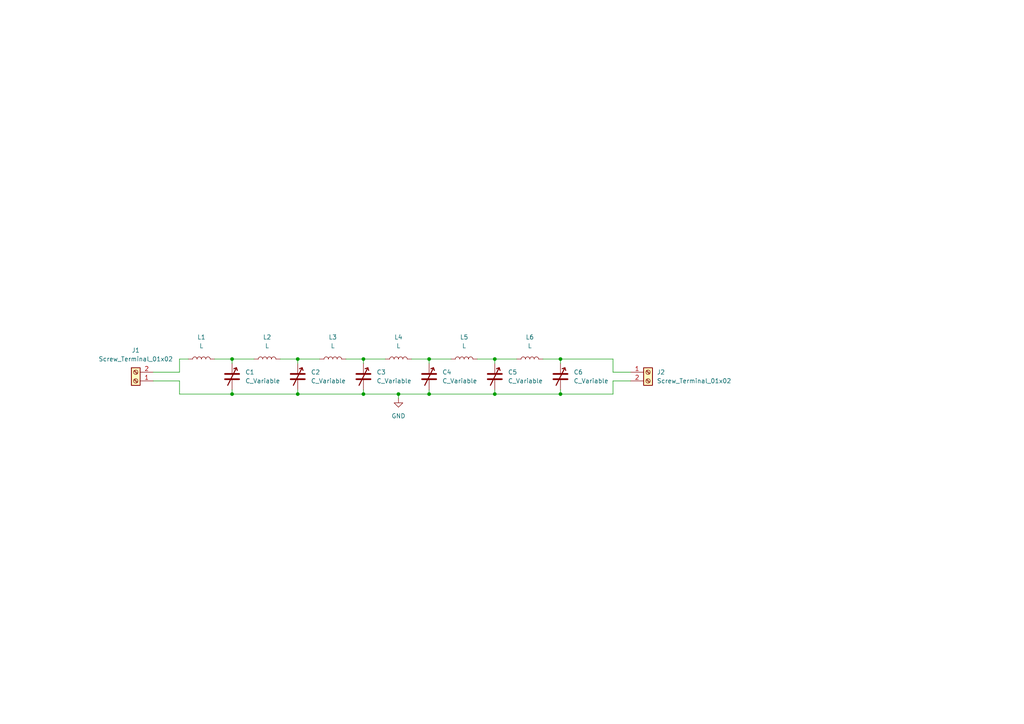
<source format=kicad_sch>
(kicad_sch (version 20211123) (generator eeschema)
  (paper "A4")
  (lib_symbols
    (symbol "Connector:Screw_Terminal_01x02" (pin_names (offset 1.016) hide)
      (property "Reference" "J" (at 0 2.54 0))
      (property "Value" "Screw_Terminal_01x02" (at 0 -5.08 0))
      (symbol "Screw_Terminal_01x02_1_1"
        (rectangle (start -1.27 1.27) (end 1.27 -3.81) (stroke (width 0.254)) (fill (type background)))
        (circle (center 0 -2.54) (radius 0.635) (stroke (width 0.1524)))
        (polyline (pts (xy -0.5334 -2.2098) (xy 0.3302 -3.048)) (stroke (width 0.1524)))
        (polyline (pts (xy -0.5334 0.3302) (xy 0.3302 -0.508)) (stroke (width 0.1524)))
        (polyline (pts (xy -0.3556 -2.032) (xy 0.508 -2.8702)) (stroke (width 0.1524)))
        (polyline (pts (xy -0.3556 0.508) (xy 0.508 -0.3302)) (stroke (width 0.1524)))
        (circle (center 0 0) (radius 0.635) (stroke (width 0.1524)))
        (pin passive line (at -5.08 0 0) (length 3.81) (name "Pin_1") (number "1"))
        (pin passive line (at -5.08 -2.54 0) (length 3.81) (name "Pin_2") (number "2"))
      )
    )
    (symbol "Device:C_Variable" (pin_numbers hide) (pin_names (offset 0.254) hide)
      (property "Reference" "C" (at 0.635 -1.905 0))
      (property "Value" "C_Variable" (at 0.635 -3.81 0))
      (symbol "C_Variable_0_1"
        (polyline (pts (xy -2.032 -0.762) (xy 2.032 -0.762)) (stroke (width 0.508)))
        (polyline (pts (xy -2.032 0.762) (xy 2.032 0.762)) (stroke (width 0.508)))
        (polyline (pts (xy 1.27 2.54) (xy -1.27 -2.54)) (stroke (width 0.3048)))
        (polyline (pts (xy 1.27 2.54) (xy 0.508 2.286)) (stroke (width 0.3048)))
        (polyline (pts (xy 1.27 2.54) (xy 1.524 1.778)) (stroke (width 0.3048)))
      )
      (symbol "C_Variable_1_1"
        (pin passive line (at 0 3.81 270) (length 3.048) (name "~") (number "1"))
        (pin passive line (at 0 -3.81 90) (length 3.048) (name "~") (number "2"))
      )
    )
    (symbol "Device:L" (pin_numbers hide) (pin_names (offset 1.016) hide)
      (property "Reference" "L" (at -1.27 0 90))
      (property "Value" "L" (at 1.905 0 90))
      (symbol "L_0_1"
        (arc (start 0 -2.54) (mid 0.635 -1.905) (end 0 -1.27))
        (arc (start 0 -1.27) (mid 0.635 -0.635) (end 0 0))
        (arc (start 0 0) (mid 0.635 0.635) (end 0 1.27))
        (arc (start 0 1.27) (mid 0.635 1.905) (end 0 2.54))
      )
      (symbol "L_1_1"
        (pin passive line (at 0 3.81 270) (length 1.27) (name "1") (number "1"))
        (pin passive line (at 0 -3.81 90) (length 1.27) (name "2") (number "2"))
      )
    )
    (symbol "power:GND" (power) (pin_names (offset 0))
      (property "Value" "GND" (at 0 -3.81 0))
      (symbol "GND_0_1"
        (polyline (pts (xy 0 0) (xy 0 -1.27) (xy 1.27 -1.27) (xy 0 -2.54) (xy -1.27 -1.27) (xy 0 -1.27)))
      )
      (symbol "GND_1_1"
        (pin power_in line (at 0 0 270) (length 0) hide (name "GND") (number "1"))
      )
    )
  )
  (junction (at 67.31 114.3))
  (junction (at 115.57 114.3))
  (junction (at 105.41 104.14))
  (junction (at 86.36 104.14))
  (junction (at 162.56 114.3))
  (junction (at 162.56 104.14))
  (junction (at 143.51 114.3))
  (junction (at 124.46 114.3))
  (junction (at 124.46 104.14))
  (junction (at 105.41 114.3))
  (junction (at 143.51 104.14))
  (junction (at 67.31 104.14))
  (junction (at 86.36 114.3))
  (wire (pts (xy 119.38 104.14) (xy 124.46 104.14)))
  (wire (pts (xy 52.07 114.3) (xy 67.31 114.3)))
  (wire (pts (xy 143.51 113.03) (xy 143.51 114.3)))
  (wire (pts (xy 86.36 104.14) (xy 86.36 105.41)))
  (wire (pts (xy 52.07 107.95) (xy 52.07 104.14)))
  (wire (pts (xy 162.56 104.14) (xy 177.8 104.14)))
  (wire (pts (xy 115.57 114.3) (xy 115.57 115.57)))
  (wire (pts (xy 86.36 104.14) (xy 92.71 104.14)))
  (wire (pts (xy 162.56 104.14) (xy 162.56 105.41)))
  (wire (pts (xy 105.41 114.3) (xy 115.57 114.3)))
  (wire (pts (xy 182.88 110.49) (xy 177.8 110.49)))
  (wire (pts (xy 143.51 114.3) (xy 162.56 114.3)))
  (wire (pts (xy 177.8 107.95) (xy 182.88 107.95)))
  (wire (pts (xy 67.31 104.14) (xy 73.66 104.14)))
  (wire (pts (xy 124.46 104.14) (xy 130.81 104.14)))
  (wire (pts (xy 81.28 104.14) (xy 86.36 104.14)))
  (wire (pts (xy 124.46 104.14) (xy 124.46 105.41)))
  (wire (pts (xy 52.07 110.49) (xy 52.07 114.3)))
  (wire (pts (xy 115.57 114.3) (xy 124.46 114.3)))
  (wire (pts (xy 177.8 104.14) (xy 177.8 107.95)))
  (wire (pts (xy 157.48 104.14) (xy 162.56 104.14)))
  (wire (pts (xy 52.07 104.14) (xy 54.61 104.14)))
  (wire (pts (xy 67.31 113.03) (xy 67.31 114.3)))
  (wire (pts (xy 143.51 104.14) (xy 149.86 104.14)))
  (wire (pts (xy 44.45 107.95) (xy 52.07 107.95)))
  (wire (pts (xy 124.46 113.03) (xy 124.46 114.3)))
  (wire (pts (xy 100.33 104.14) (xy 105.41 104.14)))
  (wire (pts (xy 162.56 113.03) (xy 162.56 114.3)))
  (wire (pts (xy 67.31 114.3) (xy 86.36 114.3)))
  (wire (pts (xy 105.41 104.14) (xy 105.41 105.41)))
  (wire (pts (xy 44.45 110.49) (xy 52.07 110.49)))
  (wire (pts (xy 177.8 110.49) (xy 177.8 114.3)))
  (wire (pts (xy 143.51 104.14) (xy 143.51 105.41)))
  (wire (pts (xy 124.46 114.3) (xy 143.51 114.3)))
  (wire (pts (xy 177.8 114.3) (xy 162.56 114.3)))
  (wire (pts (xy 86.36 113.03) (xy 86.36 114.3)))
  (wire (pts (xy 105.41 113.03) (xy 105.41 114.3)))
  (wire (pts (xy 62.23 104.14) (xy 67.31 104.14)))
  (wire (pts (xy 105.41 104.14) (xy 111.76 104.14)))
  (wire (pts (xy 138.43 104.14) (xy 143.51 104.14)))
  (wire (pts (xy 86.36 114.3) (xy 105.41 114.3)))
  (wire (pts (xy 67.31 105.41) (xy 67.31 104.14)))
  (symbol (lib_id "Device:L") (at 134.62 104.14 90) (unit 1)
    (property "Reference" "L5" (at 134.62 97.79 90))
    (property "Value" "L" (at 134.62 100.33 90))
  )
  (symbol (lib_id "Device:C_Variable") (at 124.46 109.22 0) (unit 1)
    (property "Reference" "C4" (at 128.27 107.9499 0) (effects (justify left)))
    (property "Value" "C_Variable" (at 128.27 110.4899 0) (effects (justify left)))
  )
  (symbol (lib_id "Device:L") (at 58.42 104.14 90) (unit 1)
    (property "Reference" "L1" (at 58.42 97.79 90))
    (property "Value" "L" (at 58.42 100.33 90))
  )
  (symbol (lib_id "Device:C_Variable") (at 143.51 109.22 0) (unit 1)
    (property "Reference" "C5" (at 147.32 107.9499 0) (effects (justify left)))
    (property "Value" "C_Variable" (at 147.32 110.4899 0) (effects (justify left)))
  )
  (symbol (lib_id "Device:C_Variable") (at 162.56 109.22 0) (unit 1)
    (property "Reference" "C6" (at 166.37 107.9499 0) (effects (justify left)))
    (property "Value" "C_Variable" (at 166.37 110.4899 0) (effects (justify left)))
  )
  (symbol (lib_id "Device:L") (at 96.52 104.14 90) (unit 1)
    (property "Reference" "L3" (at 96.52 97.79 90))
    (property "Value" "L" (at 96.52 100.33 90))
  )
  (symbol (lib_id "Device:C_Variable") (at 67.31 109.22 0) (unit 1)
    (property "Reference" "C1" (at 71.12 107.9499 0) (effects (justify left)))
    (property "Value" "C_Variable" (at 71.12 110.4899 0) (effects (justify left)))
  )
  (symbol (lib_id "Device:L") (at 77.47 104.14 90) (unit 1)
    (property "Reference" "L2" (at 77.47 97.79 90))
    (property "Value" "L" (at 77.47 100.33 90))
  )
  (symbol (lib_id "Connector:Screw_Terminal_01x02") (at 187.96 107.95 0) (unit 1)
    (property "Reference" "J2" (at 190.5 107.9499 0) (effects (justify left)))
    (property "Value" "Screw_Terminal_01x02" (at 190.5 110.4899 0) (effects (justify left)))
  )
  (symbol (lib_id "Connector:Screw_Terminal_01x02") (at 39.37 110.49 180) (unit 1)
    (property "Reference" "J1" (at 39.37 101.6 0))
    (property "Value" "Screw_Terminal_01x02" (at 39.37 104.14 0))
  )
  (symbol (lib_id "Device:C_Variable") (at 86.36 109.22 0) (unit 1)
    (property "Reference" "C2" (at 90.17 107.9499 0) (effects (justify left)))
    (property "Value" "C_Variable" (at 90.17 110.4899 0) (effects (justify left)))
  )
  (symbol (lib_id "Device:C_Variable") (at 105.41 109.22 0) (unit 1)
    (property "Reference" "C3" (at 109.22 107.9499 0) (effects (justify left)))
    (property "Value" "C_Variable" (at 109.22 110.4899 0) (effects (justify left)))
  )
  (symbol (lib_id "Device:L") (at 153.67 104.14 90) (unit 1)
    (property "Reference" "L6" (at 153.67 97.79 90))
    (property "Value" "L" (at 153.67 100.33 90))
  )
  (symbol (lib_id "Device:L") (at 115.57 104.14 90) (unit 1)
    (property "Reference" "L4" (at 115.57 97.79 90))
    (property "Value" "L" (at 115.57 100.33 90))
  )
  (symbol (lib_id "power:GND") (at 115.57 115.57 0) (unit 1)
    (property "Reference" "#PWR01" (effects hide))
    (property "Value" "GND" (at 115.57 120.65 0))
  )
)
</source>
